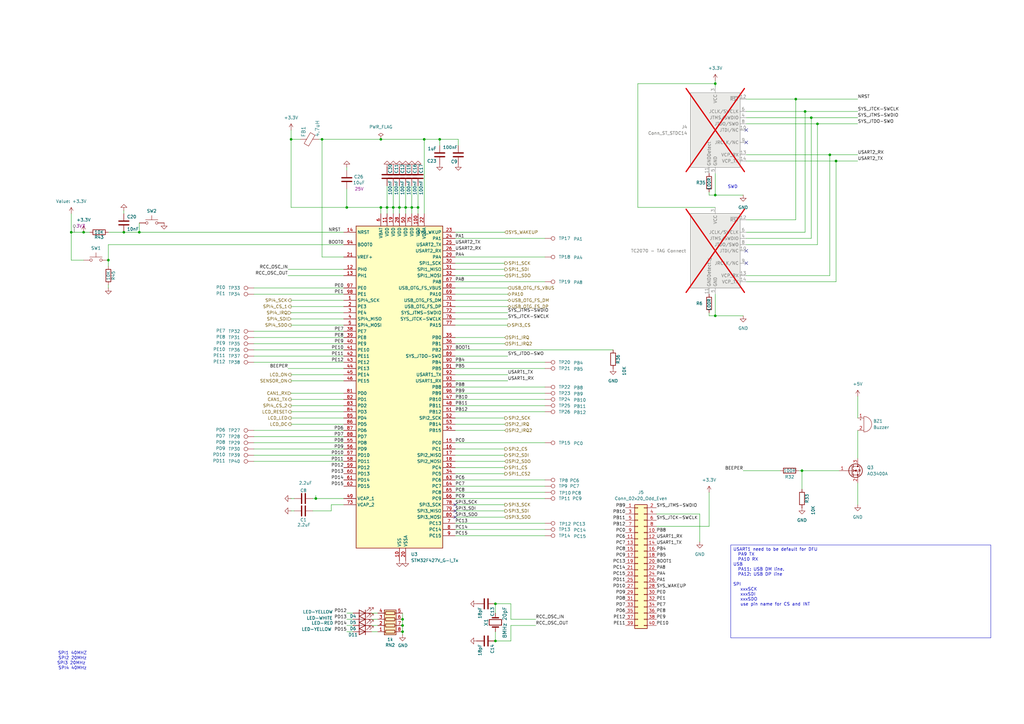
<source format=kicad_sch>
(kicad_sch (version 20231120) (generator "eeschema") (generator_version "8.0")
  (paper "A3")
  (title_block (title "l8-console") (date "2022-04-10") (company "DNT"))
  (junction (at 330.2 45.72))
  (junction (at 326.39 40.64))
  (junction (at 166.37 85.09))
  (junction (at 168.91 85.09))
  (junction (at 163.83 85.09))
  (junction (at 156.21 57.15))
  (junction (at 161.29 85.09))
  (junction (at 165.1 254))
  (junction (at 156.21 85.09))
  (junction (at 50.8 95.25))
  (junction (at 29.21 95.25))
  (junction (at 335.28 50.8))
  (junction (at 119.38 57.15))
  (junction (at 165.1 256.54))
  (junction (at 165.1 259.08))
  (junction (at 57.15 95.25))
  (junction (at 171.45 85.09))
  (junction (at 293.37 129.54))
  (junction (at 158.75 85.09))
  (junction (at 203.2 247.65))
  (junction (at 332.74 48.26))
  (junction (at 293.37 34.29))
  (junction (at 173.99 57.15))
  (junction (at 293.37 80.01))
  (junction (at 34.29 95.25))
  (junction (at 180.34 57.15))
  (junction (at 203.2 262.89))
  (junction (at 340.36 63.5))
  (junction (at 44.45 106.68))
  (junction (at 328.93 193.04))
  (junction (at 342.9 66.04))
  (junction (at 129.54 204.47))
  (junction (at 132.08 57.15))
  (junction (at 142.24 85.09))
  (no_connect (at 186.69 207.01))
  (no_connect (at 186.69 209.55))
  (no_connect (at 306.07 107.95))
  (no_connect (at 306.07 53.34))
  (no_connect (at 306.07 102.87))
  (no_connect (at 186.69 212.09))
  (no_connect (at 306.07 58.42))
  (wire (pts (xy 335.28 50.8) (xy 335.28 100.33)))
  (wire (pts (xy 165.1 251.46) (xy 165.1 254)))
  (wire (pts (xy 335.28 50.8) (xy 306.07 50.8)))
  (wire (pts (xy 293.37 71.12) (xy 293.37 80.01)))
  (wire (pts (xy 165.1 260.35) (xy 165.1 259.08)))
  (wire (pts (xy 186.69 97.79) (xy 223.52 97.79)))
  (wire (pts (xy 163.83 85.09) (xy 166.37 85.09)))
  (wire (pts (xy 118.11 151.13) (xy 140.97 151.13)))
  (wire (pts (xy 186.69 219.71) (xy 223.52 219.71)))
  (wire (pts (xy 119.38 123.19) (xy 140.97 123.19)))
  (wire (pts (xy 208.28 128.27) (xy 186.69 128.27)))
  (wire (pts (xy 119.38 133.35) (xy 140.97 133.35)))
  (wire (pts (xy 186.69 163.83) (xy 223.52 163.83)))
  (wire (pts (xy 186.69 186.69) (xy 207.01 186.69)))
  (wire (pts (xy 186.69 217.17) (xy 223.52 217.17)))
  (wire (pts (xy 119.38 156.21) (xy 140.97 156.21)))
  (wire (pts (xy 135.89 207.01) (xy 140.97 207.01)))
  (wire (pts (xy 119.38 161.29) (xy 140.97 161.29)))
  (wire (pts (xy 186.69 171.45) (xy 207.01 171.45)))
  (wire (pts (xy 173.99 57.15) (xy 180.34 57.15)))
  (wire (pts (xy 326.39 40.64) (xy 306.07 40.64)))
  (wire (pts (xy 50.8 87.63) (xy 50.8 86.36)))
  (wire (pts (xy 326.39 90.17) (xy 326.39 40.64)))
  (wire (pts (xy 261.62 85.09) (xy 293.37 85.09)))
  (wire (pts (xy 119.38 53.34) (xy 119.38 57.15)))
  (wire (pts (xy 119.38 130.81) (xy 140.97 130.81)))
  (wire (pts (xy 180.34 59.69) (xy 180.34 57.15)))
  (wire (pts (xy 306.07 115.57) (xy 342.9 115.57)))
  (wire (pts (xy 351.79 66.04) (xy 342.9 66.04)))
  (wire (pts (xy 290.83 80.01) (xy 293.37 80.01)))
  (wire (pts (xy 119.38 57.15) (xy 123.19 57.15)))
  (wire (pts (xy 186.69 168.91) (xy 223.52 168.91)))
  (wire (pts (xy 161.29 85.09) (xy 161.29 87.63)))
  (wire (pts (xy 171.45 85.09) (xy 168.91 85.09)))
  (wire (pts (xy 186.69 143.51) (xy 251.46 143.51)))
  (wire (pts (xy 156.21 85.09) (xy 142.24 85.09)))
  (wire (pts (xy 208.28 118.11) (xy 186.69 118.11)))
  (wire (pts (xy 129.54 204.47) (xy 140.97 204.47)))
  (wire (pts (xy 208.28 133.35) (xy 186.69 133.35)))
  (wire (pts (xy 104.14 135.89) (xy 140.97 135.89)))
  (wire (pts (xy 186.69 95.25) (xy 207.01 95.25)))
  (wire (pts (xy 129.54 203.2) (xy 129.54 204.47)))
  (wire (pts (xy 186.69 214.63) (xy 223.52 214.63)))
  (wire (pts (xy 119.38 171.45) (xy 140.97 171.45)))
  (wire (pts (xy 119.38 209.55) (xy 120.65 209.55)))
  (wire (pts (xy 186.69 158.75) (xy 223.52 158.75)))
  (wire (pts (xy 57.15 95.25) (xy 140.97 95.25)))
  (wire (pts (xy 142.24 68.58) (xy 142.24 69.85)))
  (wire (pts (xy 203.2 247.65) (xy 203.2 251.46)))
  (wire (pts (xy 208.28 120.65) (xy 186.69 120.65)))
  (wire (pts (xy 29.21 106.68) (xy 29.21 95.25)))
  (wire (pts (xy 207.01 138.43) (xy 186.69 138.43)))
  (wire (pts (xy 186.69 207.01) (xy 207.01 207.01)))
  (wire (pts (xy 293.37 120.65) (xy 293.37 129.54)))
  (wire (pts (xy 186.69 123.19) (xy 208.28 123.19)))
  (wire (pts (xy 351.79 162.56) (xy 351.79 171.45)))
  (wire (pts (xy 104.14 189.23) (xy 140.97 189.23)))
  (wire (pts (xy 119.38 173.99) (xy 140.97 173.99)))
  (wire (pts (xy 158.75 85.09) (xy 158.75 87.63)))
  (wire (pts (xy 173.99 57.15) (xy 173.99 87.63)))
  (wire (pts (xy 203.2 259.08) (xy 203.2 262.89)))
  (wire (pts (xy 342.9 66.04) (xy 306.07 66.04)))
  (wire (pts (xy 104.14 143.51) (xy 140.97 143.51)))
  (wire (pts (xy 132.08 105.41) (xy 140.97 105.41)))
  (wire (pts (xy 293.37 34.29) (xy 261.62 34.29)))
  (wire (pts (xy 306.07 100.33) (xy 335.28 100.33)))
  (wire (pts (xy 269.24 215.9) (xy 290.83 215.9)))
  (wire (pts (xy 168.91 85.09) (xy 168.91 87.63)))
  (wire (pts (xy 328.93 193.04) (xy 328.93 200.66)))
  (wire (pts (xy 158.75 85.09) (xy 161.29 85.09)))
  (wire (pts (xy 340.36 63.5) (xy 306.07 63.5)))
  (wire (pts (xy 166.37 85.09) (xy 166.37 87.63)))
  (wire (pts (xy 304.8 193.04) (xy 320.04 193.04)))
  (wire (pts (xy 152.4 259.08) (xy 154.94 259.08)))
  (wire (pts (xy 180.34 57.15) (xy 187.96 57.15)))
  (wire (pts (xy 332.74 48.26) (xy 332.74 97.79)))
  (wire (pts (xy 161.29 76.2) (xy 161.29 85.09)))
  (wire (pts (xy 104.14 118.11) (xy 140.97 118.11)))
  (wire (pts (xy 118.11 110.49) (xy 140.97 110.49)))
  (wire (pts (xy 306.07 113.03) (xy 340.36 113.03)))
  (wire (pts (xy 171.45 85.09) (xy 171.45 87.63)))
  (wire (pts (xy 57.15 91.44) (xy 57.15 95.25)))
  (wire (pts (xy 119.38 204.47) (xy 120.65 204.47)))
  (wire (pts (xy 293.37 80.01) (xy 304.8 80.01)))
  (wire (pts (xy 207.01 191.77) (xy 186.69 191.77)))
  (wire (pts (xy 351.79 48.26) (xy 332.74 48.26)))
  (wire (pts (xy 130.81 57.15) (xy 132.08 57.15)))
  (wire (pts (xy 119.38 168.91) (xy 140.97 168.91)))
  (wire (pts (xy 44.45 100.33) (xy 140.97 100.33)))
  (wire (pts (xy 186.69 189.23) (xy 207.01 189.23)))
  (wire (pts (xy 186.69 196.85) (xy 223.52 196.85)))
  (wire (pts (xy 163.83 85.09) (xy 163.83 87.63)))
  (wire (pts (xy 156.21 85.09) (xy 156.21 87.63)))
  (wire (pts (xy 186.69 115.57) (xy 223.52 115.57)))
  (wire (pts (xy 186.69 153.67) (xy 208.28 153.67)))
  (wire (pts (xy 104.14 176.53) (xy 140.97 176.53)))
  (wire (pts (xy 209.55 262.89) (xy 203.2 262.89)))
  (wire (pts (xy 351.79 176.53) (xy 351.79 187.96)))
  (wire (pts (xy 165.1 254) (xy 165.1 256.54)))
  (wire (pts (xy 332.74 97.79) (xy 306.07 97.79)))
  (wire (pts (xy 29.21 95.25) (xy 34.29 95.25)))
  (wire (pts (xy 351.79 50.8) (xy 335.28 50.8)))
  (wire (pts (xy 156.21 57.15) (xy 173.99 57.15)))
  (wire (pts (xy 186.69 113.03) (xy 207.01 113.03)))
  (wire (pts (xy 344.17 193.04) (xy 328.93 193.04)))
  (wire (pts (xy 293.37 34.29) (xy 293.37 35.56)))
  (wire (pts (xy 186.69 151.13) (xy 223.52 151.13)))
  (wire (pts (xy 132.08 57.15) (xy 156.21 57.15)))
  (wire (pts (xy 152.4 251.46) (xy 154.94 251.46)))
  (wire (pts (xy 290.83 80.01) (xy 290.83 78.74)))
  (wire (pts (xy 135.89 209.55) (xy 135.89 207.01)))
  (wire (pts (xy 209.55 247.65) (xy 203.2 247.65)))
  (wire (pts (xy 140.97 113.03) (xy 118.11 113.03)))
  (wire (pts (xy 186.69 148.59) (xy 223.52 148.59)))
  (wire (pts (xy 330.2 45.72) (xy 306.07 45.72)))
  (wire (pts (xy 186.69 110.49) (xy 207.01 110.49)))
  (wire (pts (xy 209.55 256.54) (xy 209.55 262.89)))
  (wire (pts (xy 209.55 254) (xy 219.71 254)))
  (wire (pts (xy 208.28 156.21) (xy 186.69 156.21)))
  (wire (pts (xy 186.69 201.93) (xy 223.52 201.93)))
  (wire (pts (xy 50.8 95.25) (xy 57.15 95.25)))
  (wire (pts (xy 207.01 194.31) (xy 186.69 194.31)))
  (wire (pts (xy 261.62 34.29) (xy 261.62 85.09)))
  (wire (pts (xy 186.69 176.53) (xy 207.01 176.53)))
  (wire (pts (xy 142.24 77.47) (xy 142.24 85.09)))
  (wire (pts (xy 104.14 138.43) (xy 140.97 138.43)))
  (wire (pts (xy 208.28 130.81) (xy 186.69 130.81)))
  (wire (pts (xy 186.69 204.47) (xy 223.52 204.47)))
  (wire (pts (xy 104.14 181.61) (xy 140.97 181.61)))
  (wire (pts (xy 186.69 181.61) (xy 223.52 181.61)))
  (wire (pts (xy 293.37 129.54) (xy 304.8 129.54)))
  (wire (pts (xy 287.02 210.82) (xy 287.02 222.25)))
  (wire (pts (xy 119.38 57.15) (xy 119.38 85.09)))
  (wire (pts (xy 142.24 254) (xy 144.78 254)))
  (wire (pts (xy 104.14 148.59) (xy 140.97 148.59)))
  (wire (pts (xy 351.79 40.64) (xy 326.39 40.64)))
  (wire (pts (xy 119.38 128.27) (xy 140.97 128.27)))
  (wire (pts (xy 186.69 173.99) (xy 207.01 173.99)))
  (wire (pts (xy 187.96 59.69) (xy 187.96 57.15)))
  (wire (pts (xy 156.21 85.09) (xy 158.75 85.09)))
  (wire (pts (xy 104.14 179.07) (xy 140.97 179.07)))
  (wire (pts (xy 142.24 251.46) (xy 144.78 251.46)))
  (wire (pts (xy 163.83 85.09) (xy 161.29 85.09)))
  (wire (pts (xy 330.2 95.25) (xy 306.07 95.25)))
  (wire (pts (xy 306.07 90.17) (xy 326.39 90.17)))
  (wire (pts (xy 290.83 129.54) (xy 293.37 129.54)))
  (wire (pts (xy 119.38 163.83) (xy 140.97 163.83)))
  (wire (pts (xy 330.2 45.72) (xy 330.2 95.25)))
  (wire (pts (xy 104.14 120.65) (xy 140.97 120.65)))
  (wire (pts (xy 340.36 63.5) (xy 351.79 63.5)))
  (wire (pts (xy 351.79 45.72) (xy 330.2 45.72)))
  (wire (pts (xy 342.9 66.04) (xy 342.9 115.57)))
  (wire (pts (xy 186.69 105.41) (xy 223.52 105.41)))
  (wire (pts (xy 128.27 209.55) (xy 135.89 209.55)))
  (wire (pts (xy 104.14 184.15) (xy 140.97 184.15)))
  (wire (pts (xy 104.14 186.69) (xy 140.97 186.69)))
  (wire (pts (xy 171.45 76.2) (xy 171.45 85.09)))
  (wire (pts (xy 290.83 201.93) (xy 290.83 215.9)))
  (wire (pts (xy 44.45 95.25) (xy 50.8 95.25)))
  (wire (pts (xy 128.27 204.47) (xy 129.54 204.47)))
  (wire (pts (xy 44.45 116.84) (xy 44.45 118.11)))
  (wire (pts (xy 208.28 146.05) (xy 186.69 146.05)))
  (wire (pts (xy 119.38 166.37) (xy 140.97 166.37)))
  (wire (pts (xy 186.69 140.97) (xy 207.01 140.97)))
  (wire (pts (xy 186.69 161.29) (xy 223.52 161.29)))
  (wire (pts (xy 209.55 247.65) (xy 209.55 254)))
  (wire (pts (xy 119.38 125.73) (xy 140.97 125.73)))
  (wire (pts (xy 152.4 256.54) (xy 154.94 256.54)))
  (wire (pts (xy 29.21 87.63) (xy 29.21 95.25)))
  (wire (pts (xy 351.79 198.12) (xy 351.79 207.01)))
  (wire (pts (xy 186.69 107.95) (xy 207.01 107.95)))
  (wire (pts (xy 290.83 129.54) (xy 290.83 128.27)))
  (wire (pts (xy 166.37 85.09) (xy 168.91 85.09)))
  (wire (pts (xy 163.83 76.2) (xy 163.83 85.09)))
  (wire (pts (xy 186.69 166.37) (xy 223.52 166.37)))
  (wire (pts (xy 119.38 153.67) (xy 140.97 153.67)))
  (wire (pts (xy 158.75 76.2) (xy 158.75 85.09)))
  (wire (pts (xy 132.08 57.15) (xy 132.08 105.41)))
  (wire (pts (xy 44.45 100.33) (xy 44.45 106.68)))
  (wire (pts (xy 165.1 256.54) (xy 165.1 259.08)))
  (wire (pts (xy 332.74 48.26) (xy 306.07 48.26)))
  (wire (pts (xy 168.91 76.2) (xy 168.91 85.09)))
  (wire (pts (xy 119.38 85.09) (xy 142.24 85.09)))
  (wire (pts (xy 340.36 113.03) (xy 340.36 63.5)))
  (wire (pts (xy 104.14 140.97) (xy 140.97 140.97)))
  (wire (pts (xy 34.29 95.25) (xy 36.83 95.25)))
  (wire (pts (xy 293.37 33.02) (xy 293.37 34.29)))
  (wire (pts (xy 152.4 254) (xy 154.94 254)))
  (wire (pts (xy 327.66 193.04) (xy 328.93 193.04)))
  (wire (pts (xy 142.24 256.54) (xy 144.78 256.54)))
  (wire (pts (xy 269.24 210.82) (xy 287.02 210.82)))
  (wire (pts (xy 186.69 212.09) (xy 207.01 212.09)))
  (wire (pts (xy 186.69 199.39) (xy 223.52 199.39)))
  (wire (pts (xy 44.45 106.68) (xy 44.45 109.22)))
  (wire (pts (xy 142.24 259.08) (xy 144.78 259.08)))
  (wire (pts (xy 209.55 256.54) (xy 219.71 256.54)))
  (wire (pts (xy 186.69 209.55) (xy 207.01 209.55)))
  (wire (pts (xy 104.14 146.05) (xy 140.97 146.05)))
  (wire (pts (xy 186.69 125.73) (xy 208.28 125.73)))
  (wire (pts (xy 166.37 76.2) (xy 166.37 85.09)))
  (wire (pts (xy 186.69 184.15) (xy 207.01 184.15)))
  (wire (pts (xy 34.29 106.68) (xy 29.21 106.68)))
  (text_box "USART1 need to be default for DFU \n  PA9 TX\n  PA10 RX\nUSB \n  PA11: USB DM line. \n  PA12: USB DP line\n\nSPI\n   xxxSCK\n   xxxSDI\n   xxxSDO\n   use pin name for CS and INT\n  " (at 299.72 223.52 0) (size 106.68 38.1) (effects (font (size 1.27 1.27)) (justify left top)))
  (text "SPI1 40MHZ\nSPI2 20MHz\nSPI3 20MHz \nSPI4 40MHz" (at 29.718 271.018 0) (effects (font (size 1.27 1.27))))
  (text "SWD" (at 298.45 77.47 0) (effects (font (size 1.27 1.27)) (justify left bottom)))
  (label "SYS_JTCK-SWCLK" (at 351.79 45.72 0))
  (label "PE8" (at 140.97 138.43 180))
  (label "PE7" (at 140.97 135.89 180))
  (label "PE9" (at 140.97 140.97 180))
  (label "USART1_TX" (at 269.24 223.52 0))
  (label "PC14" (at 186.69 217.17 0))
  (label "PC13" (at 186.69 214.63 0))
  (label "PB9" (at 186.69 161.29 0))
  (label "BEEPER" (at 118.11 151.13 180))
  (label "PD11" (at 140.97 189.23 180))
  (label "BEEPER" (at 304.8 193.04 180))
  (label "USART2_RX" (at 351.79 63.5 0))
  (label "PB11" (at 256.54 213.36 180))
  (label "PD12" (at 142.24 251.46 180))
  (label "RCC_OSC_OUT" (at 219.71 256.54 0))
  (label "PB12" (at 256.54 215.9 180))
  (label "PD12" (at 140.97 191.77 180))
  (label "SYS_JTMS-SWDIO" (at 351.79 48.26 0))
  (label "SPI3_SDO" (at 186.69 212.09 0))
  (label "USART1_TX" (at 208.28 153.67 0))
  (label "SPI3_SCK" (at 186.69 207.01 0))
  (label "PE10" (at 269.24 256.54 0))
  (label "PD13" (at 140.97 194.31 180))
  (label "PE0" (at 269.24 243.84 0))
  (label "PD14" (at 142.24 256.54 180))
  (label "PB4" (at 186.69 148.59 0))
  (label "PA8" (at 269.24 233.68 0))
  (label "BOOT1" (at 269.24 231.14 0))
  (label "NRST" (at 139.7 95.25 180))
  (label "PC14" (at 256.54 233.68 180))
  (label "PD13" (at 142.24 254 180))
  (label "PC7" (at 186.69 199.39 0))
  (label "PB12" (at 186.69 168.91 0))
  (label "PD15" (at 140.97 199.39 180))
  (label "PD6" (at 256.54 251.46 180))
  (label "PE8" (at 269.24 251.46 0))
  (label "PC15" (at 186.69 219.71 0))
  (label "PC6" (at 256.54 220.98 180))
  (label "SYS_JTCK-SWCLK" (at 208.28 130.81 0))
  (label "PC15" (at 256.54 236.22 180))
  (label "PE1" (at 140.97 120.65 180))
  (label "PD10" (at 140.97 186.69 180))
  (label "PC6" (at 186.69 196.85 0))
  (label "PD6" (at 140.97 176.53 180))
  (label "PA4" (at 269.24 236.22 0))
  (label "SPI3_SDI" (at 186.69 209.55 0))
  (label "PD7" (at 256.54 248.92 180))
  (label "PB10" (at 256.54 210.82 180))
  (label "USART2_RX" (at 186.69 102.87 0))
  (label "PD9" (at 140.97 184.15 180))
  (label "PD8" (at 140.97 181.61 180))
  (label "SYS_JTCK-SWCLK" (at 269.24 213.36 0))
  (label "PB8" (at 269.24 218.44 0))
  (label "PB5" (at 186.69 151.13 0))
  (label "PB4" (at 269.24 226.06 0))
  (label "NRST" (at 351.79 40.64 0))
  (label "PC13" (at 256.54 231.14 180))
  (label "PC0" (at 256.54 218.44 180))
  (label "PA1" (at 186.69 97.79 0))
  (label "BOOT0" (at 134.62 100.33 0))
  (label "PA8" (at 186.69 115.57 0))
  (label "SYS_JTDO-SWO" (at 208.28 146.05 0))
  (label "PC9" (at 186.69 204.47 0))
  (label "SYS_JTDO-SWO" (at 351.79 50.8 0))
  (label "PA1" (at 269.24 238.76 0))
  (label "PB11" (at 186.69 166.37 0))
  (label "PD9" (at 256.54 243.84 180))
  (label "PE11" (at 140.97 146.05 180))
  (label "RCC_OSC_IN" (at 118.11 110.49 180))
  (label "PE1" (at 269.24 246.38 0))
  (label "USART2_TX" (at 186.69 100.33 0))
  (label "PE12" (at 256.54 254 180))
  (label "RCC_OSC_OUT" (at 118.11 113.03 180))
  (label "USART2_TX" (at 351.79 66.04 0))
  (label "BOOT1" (at 186.69 143.51 0))
  (label "PE9" (at 269.24 254 0))
  (label "RCC_OSC_IN" (at 219.71 254 0))
  (label "PC8" (at 186.69 201.93 0))
  (label "PD15" (at 142.24 259.08 180))
  (label "USART1_RX" (at 208.28 156.21 0))
  (label "SYS_JTMS-SWDIO" (at 269.24 208.28 0))
  (label "USART1_RX" (at 269.24 220.98 0))
  (label "PE0" (at 140.97 118.11 180))
  (label "PB10" (at 186.69 163.83 0))
  (label "PE11" (at 256.54 256.54 180))
  (label "PB8" (at 186.69 158.75 0))
  (label "PD14" (at 140.97 196.85 180))
  (label "PC7" (at 256.54 223.52 180))
  (label "PD7" (at 140.97 179.07 180))
  (label "PE12" (at 140.97 148.59 180))
  (label "PE7" (at 269.24 248.92 0))
  (label "PC9" (at 256.54 228.6 180))
  (label "PD10" (at 256.54 241.3 180))
  (label "SYS_JTMS-SWDIO" (at 208.28 128.27 0))
  (label "PD8" (at 256.54 246.38 180))
  (label "PB9" (at 256.54 208.28 180))
  (label "PB5" (at 269.24 228.6 0))
  (label "PA4" (at 186.69 105.41 0))
  (label "PC8" (at 256.54 226.06 180))
  (label "PE10" (at 140.97 143.51 180))
  (label "PD11" (at 256.54 238.76 180))
  (label "PC0" (at 186.69 181.61 0))
  (label "SYS_WAKEUP" (at 269.24 241.3 0))
  (hierarchical_label "SPI4_CS_1" (shape output) (at 119.38 125.73 180))
  (hierarchical_label "SPI1_SCK" (shape output) (at 207.01 107.95 0))
  (hierarchical_label "USB_OTG_FS_DM" (shape bidirectional) (at 208.28 123.19 0))
  (hierarchical_label "SPI1_IRQ2" (shape input) (at 207.01 140.97 0))
  (hierarchical_label "SPI4_IRQ" (shape input) (at 119.38 128.27 180))
  (hierarchical_label "SPI1_IRQ" (shape input) (at 207.01 138.43 0))
  (hierarchical_label "SPI1_CS" (shape output) (at 207.01 191.77 0))
  (hierarchical_label "SPI2_CS" (shape output) (at 207.01 184.15 0))
  (hierarchical_label "SPI4_CS_2" (shape output) (at 119.38 166.37 180))
  (hierarchical_label "PA10" (shape bidirectional) (at 208.28 120.65 0))
  (hierarchical_label "LCD_ON" (shape output) (at 119.38 153.67 180))
  (hierarchical_label "USB_OTG_FS_VBUS" (shape input) (at 208.28 118.11 0))
  (hierarchical_label "USB_OTG_FS_DP" (shape bidirectional) (at 208.28 125.73 0))
  (hierarchical_label "CAN1_TX" (shape output) (at 119.38 163.83 180))
  (hierarchical_label "SPI3_SCK" (shape output) (at 207.01 207.01 0))
  (hierarchical_label "SPI2_IRQ2" (shape input) (at 207.01 176.53 0))
  (hierarchical_label "SPI4_SCK" (shape output) (at 119.38 123.19 180))
  (hierarchical_label "SENSOR_ON" (shape output) (at 119.38 156.21 180))
  (hierarchical_label "SPI2_IRQ" (shape input) (at 207.01 173.99 0))
  (hierarchical_label "SPI2_SDO" (shape input) (at 207.01 189.23 0))
  (hierarchical_label "SPI1_CS2" (shape output) (at 207.01 194.31 0))
  (hierarchical_label "SPI4_SDO" (shape output) (at 119.38 133.35 180))
  (hierarchical_label "SPI2_SDI" (shape output) (at 207.01 186.69 0))
  (hierarchical_label "SPI1_SDO" (shape input) (at 207.01 113.03 0))
  (hierarchical_label "SPI4_SDI" (shape input) (at 119.38 130.81 180))
  (hierarchical_label "SPI2_SCK" (shape output) (at 207.01 171.45 0))
  (hierarchical_label "LCD_DC" (shape output) (at 119.38 173.99 180))
  (hierarchical_label "LCD_RESET" (shape output) (at 119.38 168.91 180))
  (hierarchical_label "LCD_LED" (shape output) (at 119.38 171.45 180))
  (hierarchical_label "SPI3_SDI" (shape output) (at 207.01 209.55 0))
  (hierarchical_label "SYS_WAKEUP" (shape input) (at 207.01 95.25 0))
  (hierarchical_label "SPI3_SDO" (shape input) (at 207.01 212.09 0))
  (hierarchical_label "SPI3_CS" (shape output) (at 208.28 133.35 0))
  (hierarchical_label "CAN1_RX" (shape input) (at 119.38 161.29 180))
  (hierarchical_label "SPI1_SDI" (shape output) (at 207.01 110.49 0))
  (netclass_flag "" (length 2.54) (shape round) (at 30.48 95.25 0) (property "Netclass" "3V3" (at 31.1785 92.71 0) (effects (font (italic yes)) (justify left))))
  (symbol (lib_id "power:GND") (at 166.37 68.58 180) (unit 1)
    (property "Reference" "#PWR0123" (effects (hide yes)))
    (property "Value" "GND" (effects (hide yes)))
    (property "Description" "Power symbol creates a global label with name \"GND\" , ground" (effects (hide yes)))
  )
  (symbol (lib_id "Device:FerriteBead") (at 127 57.15 90) (unit 1)
    (property "Reference" "FB1" (at 124.46 53.975 0) (effects (font (size 1.524 1.524))))
    (property "Value" "4.7uH" (at 130.175 52.705 0) (effects (font (size 1.524 1.524))))
    (property "Footprint" "Inductor_SMD:L_0603_1608Metric" (effects (hide yes)))
    (property "Description" "Ferrite bead -15mA 4.7uH ±10% 2.1Ω 0603 Inductors (SMD) ROHS" (effects (hide yes)))
    (property "LCSC" "C1034" (effects (hide yes)))
  )
  (symbol (lib_id "power:GND") (at 163.83 229.87 0) (unit 1)
    (property "Reference" "#PWR0117" (effects (hide yes)))
    (property "Value" "GND" (effects (hide yes)))
    (property "Description" "Power symbol creates a global label with name \"GND\" , ground" (effects (hide yes)))
  )
  (symbol (lib_id "Device:R") (at 40.64 95.25 90) (mirror x) (unit 1)
    (property "Reference" "R43" (at 40.64 97.282 90))
    (property "Value" "10K" (at 40.64 95.25 90))
    (property "Footprint" "Resistor_SMD:R_0603_1608Metric" (effects (hide yes)))
    (property "Description" "Resistor" (effects (hide yes)))
    (property "LCSC" "C25804" (effects (hide yes)))
  )
  (symbol (lib_id "power:GND") (at 50.8 86.36 180) (unit 1)
    (property "Reference" "#PWR0120" (effects (hide yes)))
    (property "Value" "GND" (effects (hide yes)))
    (property "Description" "Power symbol creates a global label with name \"GND\" , ground" (effects (hide yes)))
  )
  (symbol (lib_id "power:GND") (at 168.91 68.58 180) (unit 1)
    (property "Reference" "#PWR0122" (effects (hide yes)))
    (property "Value" "GND" (effects (hide yes)))
    (property "Description" "Power symbol creates a global label with name \"GND\" , ground" (effects (hide yes)))
  )
  (symbol (lib_id "power:GND") (at 166.37 229.87 0) (unit 1)
    (property "Reference" "#PWR0125" (effects (hide yes)))
    (property "Value" "GND" (effects (hide yes)))
    (property "Description" "Power symbol creates a global label with name \"GND\" , ground" (effects (hide yes)))
  )
  (symbol (lib_id "power:GND") (at 163.83 68.58 180) (unit 1)
    (property "Reference" "#PWR0129" (effects (hide yes)))
    (property "Value" "GND" (effects (hide yes)))
    (property "Description" "Power symbol creates a global label with name \"GND\" , ground" (effects (hide yes)))
  )
  (symbol (lib_id "power:GND") (at 161.29 68.58 180) (unit 1)
    (property "Reference" "#PWR0131" (effects (hide yes)))
    (property "Value" "GND" (effects (hide yes)))
    (property "Description" "Power symbol creates a global label with name \"GND\" , ground" (effects (hide yes)))
  )
  (symbol (lib_id "Device:C") (at 158.75 72.39 0) (unit 1)
    (property "Reference" "C30" (at 160.02 71.12 90) (effects (justify left)))
    (property "Value" "100nF" (at 160.02 80.01 90) (effects (justify left)))
    (property "Footprint" "Capacitor_SMD:C_0603_1608Metric" (effects (hide yes)))
    (property "Description" "Unpolarized capacitor X7R" (effects (hide yes)))
    (property "LCSC" "C14663" (effects (hide yes)))
  )
  (symbol (lib_id "power:GND") (at 158.75 68.58 180) (unit 1)
    (property "Reference" "#PWR0132" (effects (hide yes)))
    (property "Value" "GND" (effects (hide yes)))
    (property "Description" "Power symbol creates a global label with name \"GND\" , ground" (effects (hide yes)))
  )
  (symbol (lib_id "Device:R") (at 44.45 113.03 0) (mirror x) (unit 1)
    (property "Reference" "R45" (at 46.482 113.03 90))
    (property "Value" "10K" (at 44.45 113.03 90))
    (property "Footprint" "Resistor_SMD:R_0603_1608Metric" (effects (hide yes)))
    (property "Description" "Resistor" (effects (hide yes)))
    (property "LCSC" "C25804" (effects (hide yes)))
  )
  (symbol (lib_id "Device:C") (at 180.34 63.5 180) (unit 1)
    (property "Reference" "C23" (at 179.07 66.04 0) (effects (justify left)))
    (property "Value" "1uF" (at 179.07 60.96 0) (effects (justify left)))
    (property "Footprint" "Capacitor_SMD:C_0603_1608Metric" (effects (hide yes)))
    (property "Description" "Unpolarized capacitor" (effects (hide yes)))
    (property "Part #" "UMK107BJ105KA-T" (effects (hide yes)))
    (property "VEND" "DIGI" (effects (hide yes)))
    (property "VEND#" "587-2400-1-ND" (effects (hide yes)))
    (property "Manufacturer" "Taiyo Yuden" (effects (hide yes)))
    (property "LCSC" "C15849" (effects (hide yes)))
  )
  (symbol (lib_id "power:GND") (at 180.34 67.31 0) (unit 1)
    (property "Reference" "#PWR0147" (effects (hide yes)))
    (property "Value" "GND" (effects (hide yes)))
    (property "Description" "Power symbol creates a global label with name \"GND\" , ground" (effects (hide yes)))
  )
  (symbol (lib_id "power:GND") (at 187.96 67.31 0) (unit 1)
    (property "Reference" "#PWR0148" (effects (hide yes)))
    (property "Value" "GND" (effects (hide yes)))
    (property "Description" "Power symbol creates a global label with name \"GND\" , ground" (effects (hide yes)))
  )
  (symbol (lib_id "Device:C") (at 50.8 91.44 0) (unit 1)
    (property "Reference" "C20" (at 52.07 88.9 0) (effects (justify left)))
    (property "Value" "10nF" (at 52.07 93.98 0) (effects (justify left)))
    (property "Footprint" "Capacitor_SMD:C_0603_1608Metric" (effects (hide yes)))
    (property "Description" "Unpolarized capacitor X7R" (effects (hide yes)))
    (property "LCSC" "C57112" (effects (hide yes)))
    (property "Voltage" "50V" (effects (hide yes)))
  )
  (symbol (lib_id "power:GND") (at 44.45 118.11 0) (unit 1)
    (property "Reference" "#PWR0190" (effects (hide yes)))
    (property "Value" "GND" (effects (hide yes)))
    (property "Description" "Power symbol creates a global label with name \"GND\" , ground" (effects (hide yes)))
  )
  (symbol (lib_id "Switch:SW_Push") (at 62.23 91.44 0) (unit 1)
    (property "Reference" "SW2" (at 62.23 86.5378 0))
    (property "Value" "SW_Push" (effects (hide yes)))
    (property "Footprint" "Button_Switch_SMD:SW_Push_1P1T_XKB_TS-1187A" (effects (hide yes)))
    (property "Description" "No Without 50mA 5.1mm 100,000 Times 160gf 12V 5.1mm 1.5mm Round Button Brick nogging SPST SMD Tactile Switches ROHS" (effects (hide yes)))
    (property "LCSC" "C318884" (effects (hide yes)))
  )
  (symbol (lib_id "power:GND") (at 67.31 91.44 0) (unit 1)
    (property "Reference" "#PWR0145" (effects (hide yes)))
    (property "Value" "GND" (effects (hide yes)))
    (property "Description" "Power symbol creates a global label with name \"GND\" , ground" (effects (hide yes)))
  )
  (symbol (lib_id "Connector:Conn_ST_STDC14") (at 293.37 102.87 0) (unit 1) (dnp yes)
    (property "Reference" "J7" (at 292.1 106.68 0) (effects (justify right)))
    (property "Value" "TC2070 - TAG Connect" (at 281.432 102.87 0) (effects (justify right)))
    (property "Footprint" "Connector:Tag-Connect_TC2070-IDC-FP_2x07_P1.27mm_Vertical" (effects (hide yes)))
    (property "Datasheet" "https://www.st.com/content/ccc/resource/technical/document/user_manual/group1/99/49/91/b6/b2/3a/46/e5/DM00526767/files/DM00526767.pdf/jcr:content/translations/en.DM00526767.pdf" (effects (hide yes)))
    (property "Description" "ST Debug Connector, standard ARM Cortex-M SWD and JTAG interface plus UART" (effects (hide yes)))
  )
  (symbol (lib_id "Connector:TestPoint") (at 104.14 118.11 90) (unit 1) (in_bom no) (on_board no)
    (property "Reference" "TP33" (at 98.552 118.11 90) (effects (justify left)))
    (property "Value" "PE0" (at 92.456 117.856 90) (effects (justify left)))
    (property "Footprint" "dnt:TestPoint_Pad_D1.0mm FP .6R" (effects (hide yes)))
    (property "Description" "test point" (effects (hide yes)))
  )
  (symbol (lib_id "Device:Buzzer") (at 354.33 173.99 0) (unit 1)
    (property "Reference" "BZ1" (at 358.14 172.7199 0) (effects (justify left)))
    (property "Value" "Buzzer" (at 358.14 175.2599 0) (effects (justify left)))
    (property "Footprint" "dnt:Buzzer_9x9.5RM5.0" (effects (hide yes)))
    (property "Datasheet" "https://wmsc.lcsc.com/wmsc/upload/file/pdf/v2/lcsc/1811141138_Jiangsu-Huaneng-Elec-HNB09A05_C96493.pdf" (effects (hide yes)))
    (property "Description" "Buzzer, polarized" (effects (hide yes)))
    (property "LCSC" "C96493" (effects (hide yes)))
  )
  (symbol (lib_id "Connector:TestPoint") (at 104.14 143.51 90) (unit 1) (in_bom no) (on_board no)
    (property "Reference" "TP36" (at 98.552 143.51 90) (effects (justify left)))
    (property "Value" "PE10" (at 92.456 143.256 90) (effects (justify left)))
    (property "Footprint" "dnt:TestPoint_Pad_D1.0mm FP .6R" (effects (hide yes)))
    (property "Description" "test point" (effects (hide yes)))
  )
  (symbol (lib_id "Device:C") (at 161.29 72.39 0) (unit 1)
    (property "Reference" "C11" (at 162.56 71.12 90) (effects (justify left)))
    (property "Value" "100nF" (at 162.56 80.01 90) (effects (justify left)))
    (property "Footprint" "Capacitor_SMD:C_0603_1608Metric" (effects (hide yes)))
    (property "Description" "Unpolarized capacitor X7R" (effects (hide yes)))
    (property "LCSC" "C14663" (effects (hide yes)))
  )
  (symbol (lib_id "Connector:TestPoint") (at 104.14 135.89 90) (unit 1) (in_bom no) (on_board no)
    (property "Reference" "TP32" (at 98.552 135.89 90) (effects (justify left)))
    (property "Value" "PE7" (at 92.456 135.636 90) (effects (justify left)))
    (property "Footprint" "dnt:TestPoint_Pad_D1.0mm FP .6R" (effects (hide yes)))
    (property "Description" "test point" (effects (hide yes)))
  )
  (symbol (lib_id "Device:C") (at 142.24 73.66 0) (unit 1)
    (property "Reference" "C26" (at 145.161 72.4916 0) (effects (justify left)))
    (property "Value" "10uF" (at 144.78 74.93 0) (effects (justify left)))
    (property "Footprint" "Capacitor_SMD:C_0805_2012Metric" (effects (hide yes)))
    (property "Description" "X5R" (effects (hide yes)))
    (property "LCSC" "C96446" (effects (hide yes)))
    (property "Voltage" "25V" (at 147.32 77.47 0))
  )
  (symbol (lib_id "Connector:TestPoint") (at 104.14 189.23 90) (unit 1) (in_bom no) (on_board no)
    (property "Reference" "TP40" (at 98.552 189.23 90) (effects (justify left)))
    (property "Value" "PD11" (at 92.456 188.976 90) (effects (justify left)))
    (property "Footprint" "dnt:TestPoint_Pad_D1.0mm FP .6R" (effects (hide yes)))
    (property "Description" "test point" (effects (hide yes)))
  )
  (symbol (lib_id "Connector:TestPoint") (at 104.14 146.05 90) (unit 1) (in_bom no) (on_board no)
    (property "Reference" "TP37" (at 98.552 146.05 90) (effects (justify left)))
    (property "Value" "PE11" (at 92.456 145.796 90) (effects (justify left)))
    (property "Footprint" "dnt:TestPoint_Pad_D1.0mm FP .6R" (effects (hide yes)))
    (property "Description" "test point" (effects (hide yes)))
  )
  (symbol (lib_id "Device:Crystal") (at 203.2 255.27 90) (unit 1)
    (property "Reference" "X1" (at 199.39 255.27 0) (effects (font (size 1.524 1.524))))
    (property "Value" "8MHz 20pF" (at 207.01 255.27 0) (effects (font (size 1.524 1.524))))
    (property "Footprint" "Crystal:Crystal_SMD_5032-2Pin_5.0x3.2mm" (effects (hide yes)))
    (property "Description" "Two pin crystal" (effects (hide yes)))
    (property "PageName" "stm32f407_board" (effects (hide yes)))
    (property "LCSC" "C115962" (effects (hide yes)))
  )
  (symbol (lib_id "Device:R") (at 290.83 124.46 0) (unit 1)
    (property "Reference" "R6" (at 285.496 124.46 0) (effects (justify left)))
    (property "Value" "100R" (at 290.83 127.508 90) (effects (justify left)))
    (property "Footprint" "Resistor_SMD:R_0603_1608Metric" (effects (hide yes)))
    (property "Description" "Resistor" (effects (hide yes)))
    (property "LCSC" "C22775" (effects (hide yes)))
  )
  (symbol (lib_id "Connector:TestPoint") (at 104.14 184.15 90) (unit 1) (in_bom no) (on_board no)
    (property "Reference" "TP30" (at 98.552 184.15 90) (effects (justify left)))
    (property "Value" "PD9" (at 92.456 183.896 90) (effects (justify left)))
    (property "Footprint" "dnt:TestPoint_Pad_D1.0mm FP .6R" (effects (hide yes)))
    (property "Description" "test point" (effects (hide yes)))
  )
  (symbol (lib_id "Connector:TestPoint") (at 104.14 140.97 90) (unit 1) (in_bom no) (on_board no)
    (property "Reference" "TP35" (at 98.552 140.97 90) (effects (justify left)))
    (property "Value" "PE9" (at 92.456 140.716 90) (effects (justify left)))
    (property "Footprint" "dnt:TestPoint_Pad_D1.0mm FP .6R" (effects (hide yes)))
    (property "Description" "test point" (effects (hide yes)))
  )
  (symbol (lib_id "power:GND") (at 287.02 222.25 0) (unit 1)
    (property "Reference" "#PWR037" (effects (hide yes)))
    (property "Value" "GND" (at 287.02 227.33 0))
    (property "Description" "Power symbol creates a global label with name \"GND\" , ground" (effects (hide yes)))
  )
  (symbol (lib_id "Connector:TestPoint") (at 223.52 217.17 270) (unit 1) (in_bom no) (on_board no)
    (property "Reference" "TP13" (at 229.108 217.17 90) (effects (justify left)))
    (property "Value" "PC14" (at 235.204 217.424 90) (effects (justify left)))
    (property "Footprint" "dnt:TestPoint_Pad_D1.0mm FP .6R" (effects (hide yes)))
    (property "Description" "test point" (effects (hide yes)))
  )
  (symbol (lib_id "Connector:TestPoint") (at 104.14 138.43 90) (unit 1) (in_bom no) (on_board no)
    (property "Reference" "TP31" (at 98.552 138.43 90) (effects (justify left)))
    (property "Value" "PE8" (at 92.456 138.176 90) (effects (justify left)))
    (property "Footprint" "dnt:TestPoint_Pad_D1.0mm FP .6R" (effects (hide yes)))
    (property "Description" "test point" (effects (hide yes)))
  )
  (symbol (lib_id "Connector:TestPoint") (at 223.52 168.91 270) (unit 1) (in_bom no) (on_board no)
    (property "Reference" "TP26" (at 229.108 168.91 90) (effects (justify left)))
    (property "Value" "PB12" (at 235.204 169.164 90) (effects (justify left)))
    (property "Footprint" "dnt:TestPoint_Pad_D1.0mm FP .6R" (effects (hide yes)))
    (property "Description" "test point" (effects (hide yes)))
  )
  (symbol (lib_id "Connector:TestPoint") (at 223.52 204.47 270) (unit 1) (in_bom no) (on_board no)
    (property "Reference" "TP11" (at 229.108 204.47 90) (effects (justify left)))
    (property "Value" "PC9" (at 234.696 204.47 90) (effects (justify left)))
    (property "Footprint" "dnt:TestPoint_Pad_D1.0mm FP .6R" (effects (hide yes)))
    (property "Description" "test point" (effects (hide yes)))
  )
  (symbol (lib_id "power:GND") (at 195.58 247.65 270) (unit 1)
    (property "Reference" "#PWR06" (effects (hide yes)))
    (property "Value" "GND" (effects (hide yes)))
    (property "Description" "Power symbol creates a global label with name \"GND\" , ground" (effects (hide yes)))
  )
  (symbol (lib_id "Device:LED") (at 148.59 251.46 180) (unit 1)
    (property "Reference" "D4" (at 144.78 252.73 0))
    (property "Value" "LED-YELLOW" (at 124.206 250.952 0) (effects (justify right)))
    (property "Footprint" "dnt:LED_0603_1608Metric - polarity" (effects (hide yes)))
    (property "Description" "Light emitting diode" (effects (hide yes)))
    (property "LCSC" "C72038" (effects (hide yes)))
    (property "JLCPCB Rotation Offset" "180" (effects (hide yes)))
  )
  (symbol (lib_id "Device:C") (at 124.46 204.47 270) (unit 1)
    (property "Reference" "C8" (at 124.46 201.168 90))
    (property "Value" "2.2uF" (at 122.555 198.12 90) (effects (justify left)))
    (property "Footprint" "Capacitor_SMD:C_0603_1608Metric" (effects (hide yes)))
    (property "Description" "Unpolarized capacitor" (effects (hide yes)))
    (property "PageName" "stm32f407_board" (effects (hide yes)))
    (property "Part #" "GRM188R6YA225KA12D" (effects (hide yes)))
    (property "VEND" "DIGI" (effects (hide yes)))
    (property "VEND#" "490-7204-1-ND" (effects (hide yes)))
    (property "Manufacturer" "MURATA" (effects (hide yes)))
    (property "LCSC" "C23630" (effects (hide yes)))
  )
  (symbol (lib_id "Connector:TestPoint") (at 223.52 201.93 270) (unit 1) (in_bom no) (on_board no)
    (property "Reference" "TP10" (at 229.362 202.184 90) (effects (justify left)))
    (property "Value" "PC8" (at 234.442 202.184 90) (effects (justify left)))
    (property "Footprint" "dnt:TestPoint_Pad_D1.0mm FP .6R" (effects (hide yes)))
    (property "Description" "test point" (effects (hide yes)))
  )
  (symbol (lib_id "Device:C") (at 168.91 72.39 0) (unit 1)
    (property "Reference" "C16" (at 170.18 71.12 90) (effects (justify left)))
    (property "Value" "100nF" (at 170.18 80.01 90) (effects (justify left)))
    (property "Footprint" "Capacitor_SMD:C_0603_1608Metric" (effects (hide yes)))
    (property "Description" "Unpolarized capacitor X7R" (effects (hide yes)))
    (property "LCSC" "C14663" (effects (hide yes)))
  )
  (symbol (lib_id "Device:R_Pack04") (at 160.02 254 270) (mirror x) (unit 1)
    (property "Reference" "RN2" (at 160.02 264.5918 90))
    (property "Value" "1k" (at 160.02 262.2804 90))
    (property "Footprint" "Resistor_SMD:R_Array_Convex_4x0603" (effects (hide yes)))
    (property "Description" "4 resistor network, parallel topology" (effects (hide yes)))
    (property "Part #" "CAT16-1001F4LF" (effects (hide yes)))
    (property "VEND" "DIGI" (effects (hide yes)))
    (property "VEND#" "CAT16-1001F4LFCT-ND" (effects (hide yes)))
    (property "Manufacturer" "Bourns" (effects (hide yes)))
    (property "LCSC" "C20197" (effects (hide yes)))
  )
  (symbol (lib_id "Connector:TestPoint") (at 104.14 181.61 90) (unit 1) (in_bom no) (on_board no)
    (property "Reference" "TP29" (at 98.552 181.61 90) (effects (justify left)))
    (property "Value" "PD8" (at 92.456 181.356 90) (effects (justify left)))
    (property "Footprint" "dnt:TestPoint_Pad_D1.0mm FP .6R" (effects (hide yes)))
    (property "Description" "test point" (effects (hide yes)))
  )
  (symbol (lib_id "power:GND") (at 165.1 260.35 0) (unit 1)
    (property "Reference" "#PWR021" (effects (hide yes)))
    (property "Value" "GND" (at 165.227 264.7442 0))
    (property "Description" "Power symbol creates a global label with name \"GND\" , ground" (effects (hide yes)))
  )
  (symbol (lib_id "Device:LED") (at 148.59 259.08 180) (unit 1)
    (property "Reference" "D11" (at 144.78 260.35 0))
    (property "Value" "LED-YELLOW" (at 123.698 258.064 0) (effects (justify right)))
    (property "Footprint" "dnt:LED_0603_1608Metric - polarity" (effects (hide yes)))
    (property "Description" "Light emitting diode" (effects (hide yes)))
    (property "LCSC" "C72038" (effects (hide yes)))
    (property "JLCPCB Rotation Offset" "180" (effects (hide yes)))
  )
  (symbol (lib_id "Connector:TestPoint") (at 104.14 176.53 90) (unit 1) (in_bom no) (on_board no)
    (property "Reference" "TP27" (at 98.552 176.53 90) (effects (justify left)))
    (property "Value" "PD6" (at 92.456 176.276 90) (effects (justify left)))
    (property "Footprint" "dnt:TestPoint_Pad_D1.0mm FP .6R" (effects (hide yes)))
    (property "Description" "test point" (effects (hide yes)))
  )
  (symbol (lib_id "Device:LED") (at 148.59 254 180) (unit 1)
    (property "Reference" "D5" (at 144.78 255.27 0))
    (property "Value" "LED-WHITE" (at 125.73 253.492 0) (effects (justify right)))
    (property "Footprint" "dnt:LED_0603_1608Metric - polarity" (effects (hide yes)))
    (property "Description" "Light emitting diode" (effects (hide yes)))
    (property "LCSC" "C2290" (effects (hide yes)))
    (property "JLCPCB Rotation Offset" "180" (effects (hide yes)))
  )
  (symbol (lib_id "power:GND") (at 304.8 80.01 0) (unit 1)
    (property "Reference" "#PWR028" (effects (hide yes)))
    (property "Value" "GND" (at 304.8 85.09 0))
    (property "Description" "Power symbol creates a global label with name \"GND\" , ground" (effects (hide yes)))
  )
  (symbol (lib_id "power:GND") (at 328.93 208.28 0) (unit 1)
    (property "Reference" "#PWR023" (effects (hide yes)))
    (property "Value" "GND" (at 328.93 213.36 0))
    (property "Description" "Power symbol creates a global label with name \"GND\" , ground" (effects (hide yes)))
  )
  (symbol (lib_id "Connector:TestPoint") (at 104.14 186.69 90) (unit 1) (in_bom no) (on_board no)
    (property "Reference" "TP39" (at 98.552 186.69 90) (effects (justify left)))
    (property "Value" "PD10" (at 92.456 186.436 90) (effects (justify left)))
    (property "Footprint" "dnt:TestPoint_Pad_D1.0mm FP .6R" (effects (hide yes)))
    (property "Description" "test point" (effects (hide yes)))
  )
  (symbol (lib_id "Connector:Conn_ST_STDC14") (at 293.37 53.34 0) (unit 1) (dnp yes)
    (property "Reference" "J4" (at 281.94 52.0699 0) (effects (justify right)))
    (property "Value" "Conn_ST_STDC14" (at 281.94 54.6099 0) (effects (justify right)))
    (property "Footprint" "dnt:SAMTEC_FTSH-107-01-F-DV-K-Fix" (effects (hide yes)))
    (property "Datasheet" "https://www.st.com/content/ccc/resource/technical/document/user_manual/group1/99/49/91/b6/b2/3a/46/e5/DM00526767/files/DM00526767.pdf/jcr:content/translations/en.DM00526767.pdf" (effects (hide yes)))
    (property "Description" "ST Debug Connector, standard ARM Cortex-M SWD and JTAG interface plus UART" (effects (hide yes)))
  )
  (symbol (lib_id "Device:LED") (at 148.59 256.54 180) (unit 1)
    (property "Reference" "D6" (at 144.78 257.81 0))
    (property "Value" "LED-RED" (at 127.762 255.524 0) (effects (justify right)))
    (property "Footprint" "dnt:LED_0603_1608Metric - polarity" (effects (hide yes)))
    (property "Description" "Light emitting diode" (effects (hide yes)))
    (property "LCSC" "C2286" (effects (hide yes)))
    (property "JLCPCB Rotation Offset" "180" (effects (hide yes)))
  )
  (symbol (lib_id "power:GND") (at 351.79 207.01 0) (unit 1)
    (property "Reference" "#PWR030" (effects (hide yes)))
    (property "Value" "GND" (at 351.79 212.09 0))
    (property "Description" "Power symbol creates a global label with name \"GND\" , ground" (effects (hide yes)))
  )
  (symbol (lib_id "Device:C") (at 124.46 209.55 270) (unit 1)
    (property "Reference" "C1" (at 124.46 213.233 90))
    (property "Value" "2.2uF" (at 121.92 215.265 90) (effects (justify left)))
    (property "Footprint" "Capacitor_SMD:C_0603_1608Metric" (effects (hide yes)))
    (property "Description" "Unpolarized capacitor" (effects (hide yes)))
    (property "LCSC" "C23630" (effects (hide yes)))
  )
  (symbol (lib_id "Switch:SW_Push") (at 39.37 106.68 0) (unit 1)
    (property "Reference" "SW1" (at 39.37 101.7778 0))
    (property "Value" "SW_Push" (effects (hide yes)))
    (property "Footprint" "Button_Switch_SMD:SW_Push_1P1T_XKB_TS-1187A" (effects (hide yes)))
    (property "Description" "No Without 50mA 5.1mm 100,000 Times 160gf 12V 5.1mm 1.5mm Round Button Brick nogging SPST SMD Tactile Switches ROHS" (effects (hide yes)))
    (property "LCSC" "C318884" (effects (hide yes)))
  )
  (symbol (lib_id "power:PWR_FLAG") (at 156.21 57.15 0) (unit 1)
    (property "Reference" "#FLG07" (effects (hide yes)))
    (property "Value" "PWR_FLAG" (at 156.21 52.07 0))
    (property "Description" "Special symbol for telling ERC where power comes from" (effects (hide yes)))
  )
  (symbol (lib_id "power:+3.3V") (at 293.37 33.02 0) (unit 1)
    (property "Reference" "#PWR025" (effects (hide yes)))
    (property "Value" "+3.3V" (at 293.37 27.94 0))
    (property "Description" "Power symbol creates a global label with name \"+3.3V\"" (effects (hide yes)))
  )
  (symbol (lib_id "Connector:TestPoint") (at 104.14 148.59 90) (unit 1) (in_bom no) (on_board no)
    (property "Reference" "TP38" (at 98.552 148.59 90) (effects (justify left)))
    (property "Value" "PE12" (at 92.456 148.336 90) (effects (justify left)))
    (property "Footprint" "dnt:TestPoint_Pad_D1.0mm FP .6R" (effects (hide yes)))
    (property "Description" "test point" (effects (hide yes)))
  )
  (symbol (lib_id "Connector:TestPoint") (at 223.52 148.59 270) (unit 1) (in_bom no)
    (property "Reference" "TP20" (at 229.108 148.59 90) (effects (justify left)))
    (property "Value" "PB4" (at 235.204 148.844 90) (effects (justify left)))
    (property "Footprint" "dnt:TestPoint_Pad_D1.0mm FP .6R" (effects (hide yes)))
    (property "Description" "test point" (effects (hide yes)))
  )
  (symbol (lib_id "Connector:TestPoint") (at 223.52 199.39 270) (unit 1) (in_bom no) (on_board no)
    (property "Reference" "TP9" (at 229.108 199.39 90) (effects (justify left)))
    (property "Value" "PC7" (at 233.68 199.39 90) (effects (justify left)))
    (property "Footprint" "dnt:TestPoint_Pad_D1.0mm FP .6R" (effects (hide yes)))
    (property "Description" "test point" (effects (hide yes)))
  )
  (symbol (lib_id "Device:R") (at 290.83 74.93 0) (unit 1)
    (property "Reference" "R35" (at 285.496 74.93 0) (effects (justify left)))
    (property "Value" "100R" (at 290.83 77.978 90) (effects (justify left)))
    (property "Footprint" "Resistor_SMD:R_0603_1608Metric" (effects (hide yes)))
    (property "Description" "Resistor" (effects (hide yes)))
    (property "LCSC" "C22775" (effects (hide yes)))
  )
  (symbol (lib_id "Device:R") (at 323.85 193.04 270) (unit 1)
    (property "Reference" "R32" (at 323.85 195.58 90))
    (property "Value" "100R" (at 323.85 193.04 90))
    (property "Footprint" "Resistor_SMD:R_0603_1608Metric" (effects (hide yes)))
    (property "Description" "Resistor" (effects (hide yes)))
    (property "LCSC" "C22775" (effects (hide yes)))
  )
  (symbol (lib_id "Device:C") (at 163.83 72.39 0) (unit 1)
    (property "Reference" "C12" (at 165.1 71.12 90) (effects (justify left)))
    (property "Value" "100nF" (at 165.1 80.01 90) (effects (justify left)))
    (property "Footprint" "Capacitor_SMD:C_0603_1608Metric" (effects (hide yes)))
    (property "Description" "Unpolarized capacitor X7R" (effects (hide yes)))
    (property "LCSC" "C14663" (effects (hide yes)))
    (property "Voltage" "16V" (effects (hide yes)))
  )
  (symbol (lib_id "power:+3.3V") (at 29.21 87.63 0) (unit 1)
    (property "Reference" "#PWR038" (effects (hide yes)))
    (property "Value" "+3.3V" (at 29.21 82.55 0) (show_name yes))
    (property "Description" "Power symbol creates a global label with name \"+3.3V\"" (effects (hide yes)))
  )
  (symbol (lib_id "Connector:TestPoint") (at 223.52 161.29 270) (unit 1) (in_bom no) (on_board no)
    (property "Reference" "TP23" (at 229.108 161.29 90) (effects (justify left)))
    (property "Value" "PB9" (at 235.204 161.544 90) (effects (justify left)))
    (property "Footprint" "dnt:TestPoint_Pad_D1.0mm FP .6R" (effects (hide yes)))
    (property "Description" "test point" (effects (hide yes)))
  )
  (symbol (lib_id "Connector:TestPoint") (at 223.52 158.75 270) (unit 1) (in_bom no) (on_board no)
    (property "Reference" "TP22" (at 229.108 158.75 90) (effects (justify left)))
    (property "Value" "PB8" (at 235.204 159.004 90) (effects (justify left)))
    (property "Footprint" "dnt:TestPoint_Pad_D1.0mm FP .6R" (effects (hide yes)))
    (property "Description" "test point" (effects (hide yes)))
  )
  (symbol (lib_id "Connector:TestPoint") (at 223.52 97.79 270) (unit 1) (in_bom no)
    (property "Reference" "TP17" (at 229.108 97.79 90) (effects (justify left)))
    (property "Value" "PA1" (at 235.204 98.044 90) (effects (justify left)))
    (property "Footprint" "dnt:TestPoint_Pad_D1.0mm FP .6R" (effects (hide yes)))
    (property "Description" "test point" (effects (hide yes)))
  )
  (symbol (lib_id "Connector:TestPoint") (at 104.14 179.07 90) (unit 1) (in_bom no) (on_board no)
    (property "Reference" "TP28" (at 98.552 179.07 90) (effects (justify left)))
    (property "Value" "PD7" (at 92.456 178.816 90) (effects (justify left)))
    (property "Footprint" "dnt:TestPoint_Pad_D1.0mm FP .6R" (effects (hide yes)))
    (property "Description" "test point" (effects (hide yes)))
  )
  (symbol (lib_id "Connector:TestPoint") (at 223.52 105.41 270) (unit 1) (in_bom no)
    (property "Reference" "TP18" (at 229.108 105.41 90) (effects (justify left)))
    (property "Value" "PA4" (at 235.204 105.664 90) (effects (justify left)))
    (property "Footprint" "dnt:TestPoint_Pad_D1.0mm FP .6R" (effects (hide yes)))
    (property "Description" "test point" (effects (hide yes)))
  )
  (symbol (lib_id "Device:C") (at 171.45 72.39 0) (unit 1)
    (property "Reference" "C17" (at 172.72 71.12 90) (effects (justify left)))
    (property "Value" "100nF" (at 172.72 80.01 90) (effects (justify left)))
    (property "Footprint" "Capacitor_SMD:C_0603_1608Metric" (effects (hide yes)))
    (property "Description" "Unpolarized capacitor X7R" (effects (hide yes)))
    (property "LCSC" "C14663" (effects (hide yes)))
  )
  (symbol (lib_id "Device:C") (at 199.39 247.65 270) (unit 1)
    (property "Reference" "C13" (at 201.93 248.92 0) (effects (justify left)))
    (property "Value" "18pF" (at 196.85 248.92 0) (effects (justify left)))
    (property "Footprint" "Capacitor_SMD:C_0603_1608Metric" (effects (hide yes)))
    (property "Description" "Unpolarized capacitor" (effects (hide yes)))
    (property "Part #" "CL10C180JB8NNNC" (effects (hide yes)))
    (property "LCSC" "C1647" (effects (hide yes)))
  )
  (symbol (lib_id "Connector_Generic:Conn_02x20_Odd_Even") (at 261.62 231.14 0) (unit 1) (on_board no)
    (property "Reference" "J5" (at 262.89 201.93 0))
    (property "Value" "Conn_02x20_Odd_Even" (at 262.89 204.47 0))
    (property "Footprint" "Connector_PinSocket_2.00mm:PinSocket_2x20_P2.00mm_Vertical_SMD" (effects (hide yes)))
    (property "Description" "Generic connector, double row, 02x20, odd/even pin numbering scheme (row 1 odd numbers, row 2 even numbers), script generated (kicad-library-utils/schlib/autogen/connector/)" (effects (hide yes)))
  )
  (symbol (lib_id "power:GND") (at 171.45 68.58 180) (unit 1)
    (property "Reference" "#PWR03" (effects (hide yes)))
    (property "Value" "GND" (effects (hide yes)))
    (property "Description" "Power symbol creates a global label with name \"GND\" , ground" (effects (hide yes)))
  )
  (symbol (lib_id "power:+3.3V") (at 119.38 53.34 0) (unit 1)
    (property "Reference" "#PWR010" (effects (hide yes)))
    (property "Value" "+3.3V" (at 119.38 48.26 0))
    (property "Description" "Power symbol creates a global label with name \"+3.3V\"" (effects (hide yes)))
  )
  (symbol (lib_id "Connector:TestPoint") (at 223.52 166.37 270) (unit 1) (in_bom no) (on_board no)
    (property "Reference" "TP25" (at 229.108 166.37 90) (effects (justify left)))
    (property "Value" "PB11" (at 235.204 166.624 90) (effects (justify left)))
    (property "Footprint" "dnt:TestPoint_Pad_D1.0mm FP .6R" (effects (hide yes)))
    (property "Description" "test point" (effects (hide yes)))
  )
  (symbol (lib_id "Device:C") (at 187.96 63.5 0) (unit 1)
    (property "Reference" "C9" (at 184.912 66.294 0) (effects (justify left)))
    (property "Value" "100nF" (at 181.61 60.452 0) (effects (justify left)))
    (property "Footprint" "Capacitor_SMD:C_0603_1608Metric" (effects (hide yes)))
    (property "Description" "Unpolarized capacitor X7R" (effects (hide yes)))
    (property "LCSC" "C14663" (effects (hide yes)))
  )
  (symbol (lib_id "Connector:TestPoint") (at 223.52 196.85 270) (unit 1) (in_bom no) (on_board no)
    (property "Reference" "TP8" (at 229.362 197.104 90) (effects (justify left)))
    (property "Value" "PC6" (at 233.68 197.104 90) (effects (justify left)))
    (property "Footprint" "dnt:TestPoint_Pad_D1.0mm FP .6R" (effects (hide yes)))
    (property "Description" "test point" (effects (hide yes)))
  )
  (symbol (lib_id "Connector:TestPoint") (at 223.52 115.57 270) (unit 1) (in_bom no)
    (property "Reference" "TP19" (at 229.108 115.57 90) (effects (justify left)))
    (property "Value" "PA8" (at 235.204 115.824 90) (effects (justify left)))
    (property "Footprint" "dnt:TestPoint_Pad_D1.0mm FP .6R" (effects (hide yes)))
    (property "Description" "test point" (effects (hide yes)))
  )
  (symbol (lib_id "power:GND") (at 251.46 151.13 0) (unit 1)
    (property "Reference" "#PWR020" (effects (hide yes)))
    (property "Value" "GND" (at 251.46 156.21 0))
    (property "Description" "Power symbol creates a global label with name \"GND\" , ground" (effects (hide yes)))
  )
  (symbol (lib_id "power:GND") (at 119.38 204.47 270) (unit 1)
    (property "Reference" "#PWR04" (effects (hide yes)))
    (property "Value" "GND" (effects (hide yes)))
    (property "Description" "Power symbol creates a global label with name \"GND\" , ground" (effects (hide yes)))
  )
  (symbol (lib_id "Device:R") (at 328.93 204.47 0) (mirror x) (unit 1)
    (property "Reference" "R33" (at 330.962 204.47 90))
    (property "Value" "10K" (at 333.502 209.296 90))
    (property "Footprint" "Resistor_SMD:R_0603_1608Metric" (effects (hide yes)))
    (property "Description" "Resistor" (effects (hide yes)))
    (property "LCSC" "C25804" (effects (hide yes)))
  )
  (symbol (lib_id "Device:R") (at 251.46 147.32 0) (mirror x) (unit 1)
    (property "Reference" "R36" (at 253.492 147.32 90))
    (property "Value" "10K" (at 256.032 152.146 90))
    (property "Footprint" "Resistor_SMD:R_0603_1608Metric" (effects (hide yes)))
    (property "Description" "Resistor" (effects (hide yes)))
    (property "LCSC" "C25804" (effects (hide yes)))
  )
  (symbol (lib_id "power:GND") (at 142.24 68.58 180) (unit 1)
    (property "Reference" "#PWR015" (effects (hide yes)))
    (property "Value" "GND" (effects (hide yes)))
    (property "Description" "Power symbol creates a global label with name \"GND\" , ground" (effects (hide yes)))
  )
  (symbol (lib_id "Device:C") (at 199.39 262.89 270) (unit 1)
    (property "Reference" "C14" (at 201.93 264.16 0) (effects (justify left)))
    (property "Value" "18pF" (at 196.85 264.16 0) (effects (justify left)))
    (property "Footprint" "Capacitor_SMD:C_0603_1608Metric" (effects (hide yes)))
    (property "Description" "Unpolarized capacitor" (effects (hide yes)))
    (property "Part #" "CL10C180JB8NNNC" (effects (hide yes)))
    (property "LCSC" "C1647" (effects (hide yes)))
    (property "Voltage" "50V" (effects (hide yes)))
  )
  (symbol (lib_id "Device:C") (at 166.37 72.39 0) (unit 1)
    (property "Reference" "C15" (at 167.64 71.12 90) (effects (justify left)))
    (property "Value" "100nF" (at 167.64 80.01 90) (effects (justify left)))
    (property "Footprint" "Capacitor_SMD:C_0603_1608Metric" (effects (hide yes)))
    (property "Description" "Unpolarized capacitor X7R 603" (effects (hide yes)))
    (property "LCSC" "C14663" (effects (hide yes)))
  )
  (symbol (lib_id "Connector:TestPoint") (at 223.52 151.13 270) (unit 1) (in_bom no)
    (property "Reference" "TP21" (at 229.108 151.13 90) (effects (justify left)))
    (property "Value" "PB5" (at 235.204 151.384 90) (effects (justify left)))
    (property "Footprint" "dnt:TestPoint_Pad_D1.0mm FP .6R" (effects (hide yes)))
    (property "Description" "test point" (effects (hide yes)))
  )
  (symbol (lib_id "Connector:TestPoint") (at 223.52 181.61 270) (unit 1) (in_bom no) (on_board no)
    (property "Reference" "TP15" (at 229.108 181.61 90) (effects (justify left)))
    (property "Value" "PC0" (at 235.204 181.864 90) (effects (justify left)))
    (property "Footprint" "dnt:TestPoint_Pad_D1.0mm FP .6R" (effects (hide yes)))
    (property "Description" "test point" (effects (hide yes)))
  )
  (symbol (lib_id "power:GND") (at 195.58 262.89 270) (unit 1)
    (property "Reference" "#PWR08" (effects (hide yes)))
    (property "Value" "GND" (effects (hide yes)))
    (property "Description" "Power symbol creates a global label with name \"GND\" , ground" (effects (hide yes)))
  )
  (symbol (lib_id "power:+3.3V") (at 290.83 201.93 0) (unit 1)
    (property "Reference" "#PWR036" (effects (hide yes)))
    (property "Value" "+3.3V" (at 290.83 196.85 0))
    (property "Description" "Power symbol creates a global label with name \"+3.3V\"" (effects (hide yes)))
  )
  (symbol (lib_id "Connector:TestPoint") (at 223.52 214.63 270) (unit 1) (in_bom no) (on_board no)
    (property "Reference" "TP12" (at 229.362 214.884 90) (effects (justify left)))
    (property "Value" "PC13" (at 234.95 214.884 90) (effects (justify left)))
    (property "Footprint" "dnt:TestPoint_Pad_D1.0mm FP .6R" (effects (hide yes)))
    (property "Description" "test point" (effects (hide yes)))
  )
  (symbol (lib_id "Connector:TestPoint") (at 223.52 163.83 270) (unit 1) (in_bom no) (on_board no)
    (property "Reference" "TP24" (at 229.108 163.83 90) (effects (justify left)))
    (property "Value" "PB10" (at 235.204 164.084 90) (effects (justify left)))
    (property "Footprint" "dnt:TestPoint_Pad_D1.0mm FP .6R" (effects (hide yes)))
    (property "Description" "test point" (effects (hide yes)))
  )
  (symbol (lib_id "power:+3.3V") (at 34.29 95.25 0) (unit 1)
    (property "Reference" "#PWR011" (effects (hide yes)))
    (property "Value" "+3.3V" (at 34.29 90.17 0))
    (property "Description" "Power symbol creates a global label with name \"+3.3V\"" (effects (hide yes)))
  )
  (symbol (lib_id "dnt:STM32F427V_G-I_Tx-mod") (at 163.83 158.75 0) (unit 1)
    (property "Reference" "U3" (at 168.5641 227.33 0) (effects (justify left)))
    (property "Value" "STM32F427V_G-I_Tx" (at 168.5641 229.87 0) (effects (justify left)))
    (property "Footprint" "Package_QFP:LQFP-100_14x14mm_P0.5mm" (effects (hide yes)))
    (property "Datasheet" "https://www.st.com/resource/en/datasheet/stm32f427vg.pdf" (effects (hide yes)))
    (property "Description" "STMicroelectronics Arm Cortex-M4 MCU, 1024-2048KB flash, 256KB RAM, 180 MHz, 1.8-3.6V, 82 GPIO, LQFP100" (effects (hide yes)))
    (property "LCSC" "C117815" (effects (hide yes)))
    (pin "17" (alternate "SPI2_MISO"))
    (pin "92" (alternate "USART1_TX"))
    (pin "33" (alternate "PC4"))
    (pin "4" (alternate "SPI4_MISO"))
    (pin "25" (alternate "USART2_TX"))
    (pin "26" (alternate "USART2_RX"))
    (pin "32" (alternate "SPI1_MOSI"))
    (pin "30" (alternate "SPI1_SCK"))
    (pin "63" (alternate "PC6"))
    (pin "89" (alternate "SYS_JTDO-SWO"))
    (pin "68" (alternate "USB_OTG_FS_VBUS"))
    (pin "72" (alternate "SYS_JTMS-SWDIO"))
    (pin "78" (alternate "SPI3_SCK"))
    (pin "77" (alternate "PA15"))
    (pin "64" (alternate "PC7"))
    (pin "5" (alternate "SPI4_MOSI"))
    (pin "93" (alternate "USART1_RX"))
    (pin "23" (alternate "SYS_WKUP"))
    (pin "90" (alternate "PB4"))
    (pin "31" (alternate "SPI1_MISO"))
    (pin "1" (alternate "SPI4_SCK"))
    (pin "18" (alternate "SPI2_MOSI"))
    (pin "71" (alternate "USB_OTG_FS_DP"))
    (pin "79" (alternate "SPI3_MISO"))
    (pin "52" (alternate "SPI2_SCK"))
    (pin "80" (alternate "SPI3_MOSI"))
    (pin "76" (alternate "SYS_JTCK-SWCLK"))
    (pin "70" (alternate "USB_OTG_FS_DM"))
  )
  (symbol (lib_id "Connector:TestPoint") (at 104.14 120.65 90) (unit 1) (in_bom no) (on_board no)
    (property "Reference" "TP34" (at 98.552 120.65 90) (effects (justify left)))
    (property "Value" "PE1" (at 92.456 120.396 90) (effects (justify left)))
    (property "Footprint" "dnt:TestPoint_Pad_D1.0mm FP .6R" (effects (hide yes)))
    (property "Description" "test point" (effects (hide yes)))
  )
  (symbol (lib_id "power:GND") (at 304.8 129.54 0) (unit 1)
    (property "Reference" "#PWR039" (effects (hide yes)))
    (property "Value" "GND" (at 304.8 134.62 0))
    (property "Description" "Power symbol creates a global label with name \"GND\" , ground" (effects (hide yes)))
  )
  (symbol (lib_id "dnt:AO3400A") (at 349.25 193.04 0) (unit 1)
    (property "Reference" "Q3" (at 355.6 191.7699 0) (effects (justify left)))
    (property "Value" "AO3400A" (at 355.6 194.3099 0) (effects (justify left)))
    (property "Footprint" "Package_TO_SOT_SMD:SOT-23" (effects (hide yes)))
    (property "Datasheet" "http://www.aosmd.com/pdfs/datasheet/AO3400A.pdf" (effects (hide yes)))
    (property "Description" "30V Vds, 5.7A Id, N-Channel MOSFET, SOT-23" (effects (hide yes)))
  )
  (symbol (lib_id "power:+5V") (at 351.79 162.56 0) (unit 1)
    (property "Reference" "#PWR07" (effects (hide yes)))
    (property "Value" "+5V" (at 351.79 157.48 0))
    (property "Description" "Power symbol creates a global label with name \"+5V\"" (effects (hide yes)))
  )
  (symbol (lib_id "Connector:TestPoint") (at 223.52 219.71 270) (unit 1) (in_bom no) (on_board no)
    (property "Reference" "TP14" (at 229.108 219.71 90) (effects (justify left)))
    (property "Value" "PC15" (at 235.204 219.964 90) (effects (justify left)))
    (property "Footprint" "dnt:TestPoint_Pad_D1.0mm FP .6R" (effects (hide yes)))
    (property "Description" "test point" (effects (hide yes)))
  )
  (symbol (lib_id "power:GND") (at 119.38 209.55 270) (unit 1)
    (property "Reference" "#PWR017" (effects (hide yes)))
    (property "Value" "GND" (effects (hide yes)))
    (property "Description" "Power symbol creates a global label with name \"GND\" , ground" (effects (hide yes)))
  )
)
</source>
